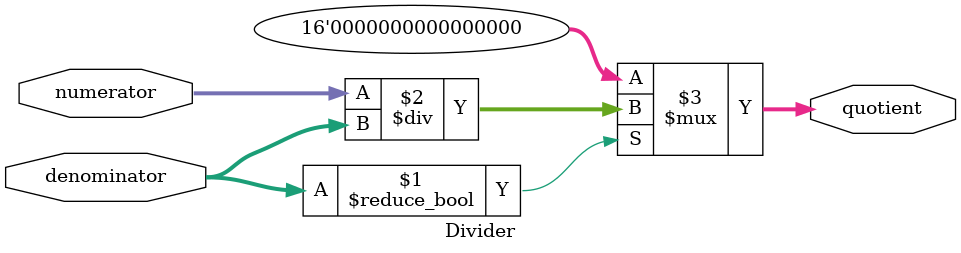
<source format=sv>

module integer_to_fraction #(
    parameter INT_WIDTH = 8,
    parameter FRAC_WIDTH = 8
)(
    input  wire [INT_WIDTH-1:0] int_in,
    input  wire [INT_WIDTH-1:0] denominator,
    output wire [INT_WIDTH+FRAC_WIDTH-1:0] frac_out
);

    // Internal signal for extended integer value
    wire [INT_WIDTH+FRAC_WIDTH-1:0] extended_int;

    // Integer extension submodule
    IntExtender #(
        .INT_WIDTH(INT_WIDTH),
        .FRAC_WIDTH(FRAC_WIDTH)
    ) u_int_extender (
        .int_in(int_in),
        .extended_int(extended_int)
    );

    // Division submodule
    Divider #(
        .DATA_WIDTH(INT_WIDTH+FRAC_WIDTH)
    ) u_divider (
        .numerator(extended_int),
        .denominator(denominator),
        .quotient(frac_out)
    );

endmodule

// -----------------------------------------------------------------------------
// Submodule: IntExtender
// Function: Shifts the integer input left by FRAC_WIDTH bits to prepare for fixed-point division.
// -----------------------------------------------------------------------------
module IntExtender #(
    parameter INT_WIDTH = 8,
    parameter FRAC_WIDTH = 8
)(
    input  wire [INT_WIDTH-1:0] int_in,
    output wire [INT_WIDTH+FRAC_WIDTH-1:0] extended_int
);
    assign extended_int = {{(FRAC_WIDTH){1'b0}}, int_in} << FRAC_WIDTH;
endmodule

// -----------------------------------------------------------------------------
// Submodule: Divider
// Function: Performs division of the extended integer by the denominator.
// -----------------------------------------------------------------------------
module Divider #(
    parameter DATA_WIDTH = 16
)(
    input  wire [DATA_WIDTH-1:0] numerator,
    input  wire [(DATA_WIDTH/2)-1:0] denominator,
    output wire [DATA_WIDTH-1:0] quotient
);
    assign quotient = denominator != 0 ? numerator / denominator : {DATA_WIDTH{1'b0}};
endmodule
</source>
